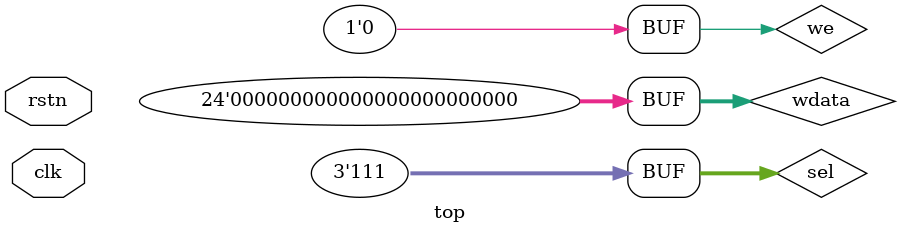
<source format=v>
`timescale 1ns / 1ps

module top (
    input wire clk,  // Ê±ÖÓ
    input wire rstn  // ¸´Î»£¬µÍµçÆ½ÓÐÐ§
);

    // BRAM Parameters
    parameter DP = 135 * 240;
    parameter DW = 24;
    parameter MW = DW / 8;
    parameter AW = $clog2(DP);
    // BRAM Inputs
    reg           we = 0;
    reg  [DW-1:0] wdata = 0;
    reg  [MW-1:0] sel = {MW{1'b1}};

    // Display Inputs
    wire [  23:0] spilcd_pixel_data;
    wire          spilcd_pixel_valid;
    // Display Outputs
    wire [AW-1:0] spilcd_pixel_addr;
    wire          lcd_hs;
    wire          lcd_vs;
    wire          lcd_en;
    wire [  23:0] lcd_data;
    wire          vga_hs;
    wire          vga_vs;
    wire          vga_en;
    wire [  23:0] vga_data;
    wire          hdmi_tmds_clk_p;
    wire          hdmi_tmds_clk_n;
    wire [   2:0] hdmi_tmds_data_p;
    wire [   2:0] hdmi_tmds_data_n;
    wire          hdmi_tmds_oen;
    wire          spilcd_resetn;
    wire          spilcd_clk;
    wire          spilcd_cs;
    wire          spilcd_rs;
    wire          spilcd_data;
    wire          spilcd_bl;


    BRAM #(
        .DP(DP),
        .DW(DW)
    ) BRAM (
        .clk   (clk),
        .rst   (~rstn),
        .addr  (spilcd_pixel_addr),
        .wdata (data),
        .sel   (sel),
        .we    (data_valid),
        .rdata (spilcd_pixel_data),
        .rvalid(spilcd_pixel_valid)
    );

    Display Display (
        .clk (clk),
        .rstn(rstn),

        // LCD
        .lcd_hs  (lcd_hs),
        .lcd_vs  (lcd_vs),
        .lcd_en  (lcd_en),
        .lcd_data(lcd_data),

        // VGA
        .vga_hs  (vga_hs),
        .vga_vs  (vga_vs),
        .vga_en  (vga_en),
        .vga_data(vga_data),

        // HDMI
        .hdmi_tmds_clk_p (hdmi_tmds_clk_p),
        .hdmi_tmds_clk_n (hdmi_tmds_clk_n),
        .hdmi_tmds_data_p(hdmi_tmds_data_p),
        .hdmi_tmds_data_n(hdmi_tmds_data_n),
        .hdmi_tmds_oen   (hdmi_tmds_oen),

        // SPI LCD
        .spilcd_pixel_data (spilcd_pixel_data),
        .spilcd_pixel_valid(spilcd_pixel_valid),
        .spilcd_pixel_addr (spilcd_pixel_addr),
        .spilcd_resetn     (spilcd_resetn),
        .spilcd_clk        (spilcd_clk),
        .spilcd_cs         (spilcd_cs),
        .spilcd_rs         (spilcd_rs),
        .spilcd_data       (spilcd_data),
        .spilcd_bl         (spilcd_bl)
    );


endmodule

</source>
